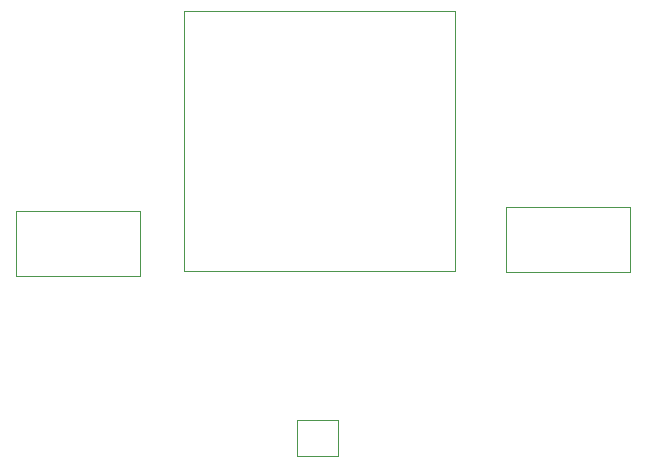
<source format=gbr>
%TF.GenerationSoftware,KiCad,Pcbnew,9.0.2*%
%TF.CreationDate,2025-08-01T16:53:23-07:00*%
%TF.ProjectId,bitboy,62697462-6f79-42e6-9b69-6361645f7063,rev?*%
%TF.SameCoordinates,Original*%
%TF.FileFunction,Other,User*%
%FSLAX46Y46*%
G04 Gerber Fmt 4.6, Leading zero omitted, Abs format (unit mm)*
G04 Created by KiCad (PCBNEW 9.0.2) date 2025-08-01 16:53:23*
%MOMM*%
%LPD*%
G01*
G04 APERTURE LIST*
%ADD10C,0.050000*%
G04 APERTURE END LIST*
D10*
%TO.C,R1*%
X162330000Y-57470000D02*
X162330000Y-62970000D01*
X162330000Y-62970000D02*
X172830000Y-62970000D01*
X172830000Y-57470000D02*
X162330000Y-57470000D01*
X172830000Y-62970000D02*
X172830000Y-57470000D01*
%TO.C,U1*%
X135030000Y-40820000D02*
X158030000Y-40820000D01*
X158030000Y-62820000D01*
X135030000Y-62820000D01*
X135030000Y-40820000D01*
%TO.C,U3*%
X144650000Y-75475000D02*
X144650000Y-78475000D01*
X144650000Y-78475000D02*
X148150000Y-78475000D01*
X148150000Y-75475000D02*
X144650000Y-75475000D01*
X148150000Y-78475000D02*
X148150000Y-75475000D01*
%TO.C,R2*%
X120820000Y-57810000D02*
X120820000Y-63310000D01*
X120820000Y-63310000D02*
X131320000Y-63310000D01*
X131320000Y-57810000D02*
X120820000Y-57810000D01*
X131320000Y-63310000D02*
X131320000Y-57810000D01*
%TD*%
M02*

</source>
